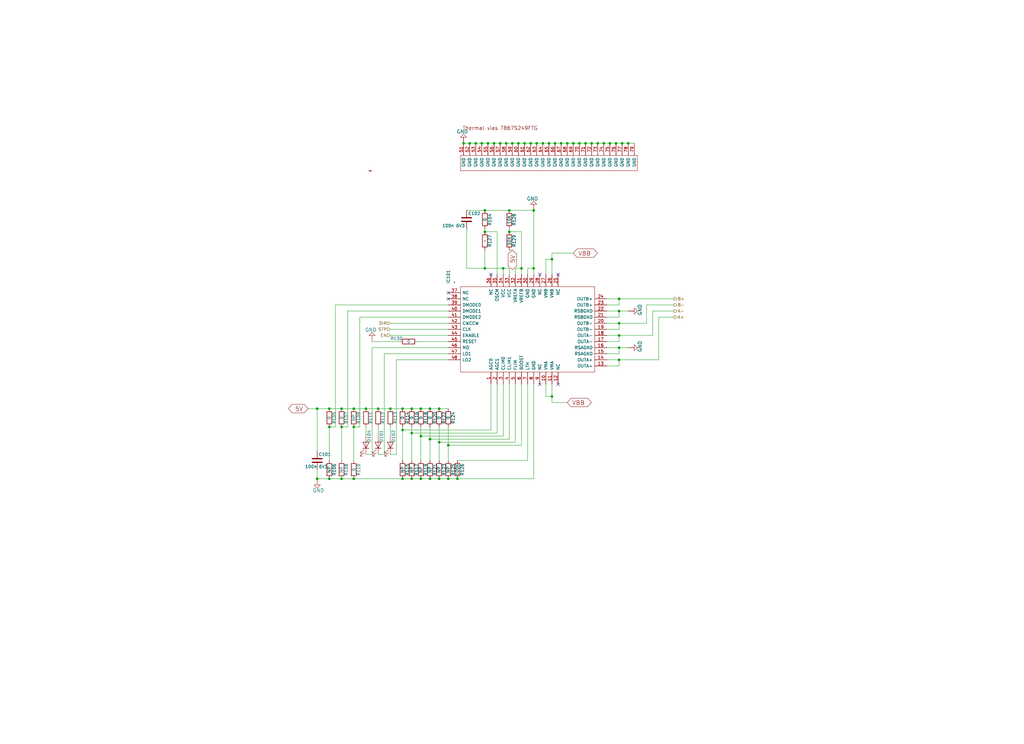
<source format=kicad_sch>
(kicad_sch (version 20211123) (generator eeschema)
  (paper "User" 426.441 309.88)
  (lib_symbols
    (symbol "mother-rescue:C-Device" (pin_numbers hide) (pin_names (offset 0.254))
      (property "Reference" "C" (at 0.635 2.54 0))
      (property "Value" "C-Device" (at 0.635 -2.54 0))
      (symbol "C-Device_0_1"
        (polyline (pts (xy -2.032 -0.762) (xy 2.032 -0.762)) (stroke (width 0.508)))
        (polyline (pts (xy -2.032 0.762) (xy 2.032 0.762)) (stroke (width 0.508)))
      )
      (symbol "C-Device_1_1"
        (pin passive line (at 0 3.81 270) (length 2.794) (name "~") (number "1"))
        (pin passive line (at 0 -3.81 90) (length 2.794) (name "~") (number "2"))
      )
    )
    (symbol "mother-rescue:LED-Device" (pin_numbers hide) (pin_names (offset 1.016) hide)
      (property "Reference" "D" (at 0 2.54 0))
      (property "Value" "LED-Device" (at 0 -2.54 0))
      (symbol "LED-Device_0_1"
        (polyline (pts (xy -1.27 -1.27) (xy -1.27 1.27)) (stroke (width 0.2032)))
        (polyline (pts (xy -1.27 0) (xy 1.27 0)))
        (polyline (pts (xy 1.27 -1.27) (xy 1.27 1.27) (xy -1.27 0) (xy 1.27 -1.27)) (stroke (width 0.2032)))
        (polyline (pts (xy -3.048 -0.762) (xy -4.572 -2.286) (xy -3.81 -2.286) (xy -4.572 -2.286) (xy -4.572 -1.524)))
        (polyline (pts (xy -1.778 -0.762) (xy -3.302 -2.286) (xy -2.54 -2.286) (xy -3.302 -2.286) (xy -3.302 -1.524)))
      )
      (symbol "LED-Device_1_1"
        (pin passive line (at -3.81 0 0) (length 2.54) (name "K") (number "1"))
        (pin passive line (at 3.81 0 180) (length 2.54) (name "A") (number "2"))
      )
    )
    (symbol "mother-rescue:R-Device" (pin_numbers hide) (pin_names (offset 0))
      (property "Reference" "R" (at 2.032 0 90))
      (property "Value" "R-Device" (at 0 0 90))
      (symbol "R-Device_0_1"
        (rectangle (start -1.016 -2.54) (end 1.016 2.54) (stroke (width 0.254)))
      )
      (symbol "R-Device_1_1"
        (pin passive line (at 0 3.81 270) (length 1.27) (name "~") (number "1"))
        (pin passive line (at 0 -3.81 90) (length 1.27) (name "~") (number "2"))
      )
    )
    (symbol "mother-rescue:TB67S249FTG,EL-TB67S249FTG_EL" (pin_names (offset 0.762))
      (property "Reference" "IC" (at -6.35 -5.08 90))
      (property "Value" "TB67S249FTG,EL-TB67S249FTG_EL" (at -3.81 -5.08 90))
      (symbol "TB67S249FTG,EL-TB67S249FTG_EL_0_0"
        (text "Thermal vias TB67S249FTG" (at 15.24 59.69 0) (effects (font (size 1.524 1.524))))
        (pin bidirectional line (at 11.43 -46.99 90) (length 5.08) (name "AGC0") (number "1"))
        (pin bidirectional line (at 34.29 -46.99 90) (length 5.08) (name "VMA") (number "10"))
        (pin bidirectional line (at 36.83 -46.99 90) (length 5.08) (name "VMA") (number "11"))
        (pin bidirectional line (at 39.37 -46.99 90) (length 5.08) (name "NC") (number "12"))
        (pin bidirectional line (at 59.69 -39.37 180) (length 5.08) (name "OUTA+") (number "13"))
        (pin bidirectional line (at 59.69 -36.83 180) (length 5.08) (name "OUTA+") (number "14"))
        (pin bidirectional line (at 59.69 -34.29 180) (length 5.08) (name "RSAGND") (number "15"))
        (pin bidirectional line (at 59.69 -31.75 180) (length 5.08) (name "RSAGND") (number "16"))
        (pin bidirectional line (at 59.69 -29.21 180) (length 5.08) (name "OUTA-") (number "17"))
        (pin bidirectional line (at 59.69 -26.67 180) (length 5.08) (name "OUTA-") (number "18"))
        (pin bidirectional line (at 59.69 -24.13 180) (length 5.08) (name "OUTB-") (number "19"))
        (pin bidirectional line (at 13.97 -46.99 90) (length 5.08) (name "AGC1") (number "2"))
        (pin bidirectional line (at 59.69 -21.59 180) (length 5.08) (name "OUTB-") (number "20"))
        (pin bidirectional line (at 59.69 -19.05 180) (length 5.08) (name "RSBGND") (number "21"))
        (pin bidirectional line (at 59.69 -16.51 180) (length 5.08) (name "RSBGND") (number "22"))
        (pin bidirectional line (at 59.69 -13.97 180) (length 5.08) (name "OUTB+") (number "23"))
        (pin bidirectional line (at 59.69 -11.43 180) (length 5.08) (name "OUTB+") (number "24"))
        (pin bidirectional line (at 39.37 -1.27 270) (length 5.08) (name "NC") (number "25"))
        (pin bidirectional line (at 36.83 -1.27 270) (length 5.08) (name "VMB") (number "26"))
        (pin bidirectional line (at 34.29 -1.27 270) (length 5.08) (name "VMB") (number "27"))
        (pin bidirectional line (at 31.75 -1.27 270) (length 5.08) (name "NC") (number "28"))
        (pin bidirectional line (at 29.21 -1.27 270) (length 5.08) (name "GND") (number "29"))
        (pin bidirectional line (at 16.51 -46.99 90) (length 5.08) (name "CLIM0") (number "3"))
        (pin bidirectional line (at 26.67 -1.27 270) (length 5.08) (name "GND") (number "30"))
        (pin bidirectional line (at 24.13 -1.27 270) (length 5.08) (name "VREFB") (number "31"))
        (pin bidirectional line (at 21.59 -1.27 270) (length 5.08) (name "VREFA") (number "32"))
        (pin bidirectional line (at 19.05 -1.27 270) (length 5.08) (name "VCC") (number "33"))
        (pin bidirectional line (at 16.51 -1.27 270) (length 5.08) (name "VCC") (number "34"))
        (pin bidirectional line (at 13.97 -1.27 270) (length 5.08) (name "OSCM") (number "35"))
        (pin bidirectional line (at 11.43 -1.27 270) (length 5.08) (name "NC") (number "36"))
        (pin bidirectional line (at -6.35 -8.89 0) (length 5.08) (name "NC") (number "37"))
        (pin bidirectional line (at -6.35 -11.43 0) (length 5.08) (name "NC") (number "38"))
        (pin bidirectional line (at -6.35 -13.97 0) (length 5.08) (name "DMODE0") (number "39"))
        (pin bidirectional line (at 19.05 -46.99 90) (length 5.08) (name "CLIM1") (number "4"))
        (pin bidirectional line (at -6.35 -16.51 0) (length 5.08) (name "DMODE1") (number "40"))
        (pin bidirectional line (at -6.35 -19.05 0) (length 5.08) (name "DMODE2") (number "41"))
        (pin bidirectional line (at -6.35 -21.59 0) (length 5.08) (name "CWCCW") (number "42"))
        (pin bidirectional line (at -6.35 -24.13 0) (length 5.08) (name "CLK") (number "43"))
        (pin bidirectional line (at -6.35 -26.67 0) (length 5.08) (name "ENABLE") (number "44"))
        (pin bidirectional line (at -6.35 -29.21 0) (length 5.08) (name "RESET") (number "45"))
        (pin bidirectional line (at -6.35 -31.75 0) (length 5.08) (name "MO") (number "46"))
        (pin bidirectional line (at -6.35 -34.29 0) (length 5.08) (name "LO1") (number "47"))
        (pin bidirectional line (at -6.35 -36.83 0) (length 5.08) (name "LO2") (number "48"))
        (pin bidirectional line (at 21.59 -46.99 90) (length 5.08) (name "FLIM") (number "5"))
        (pin bidirectional line (at 0 53.34 270) (length 5.08) (name "GND") (number "51"))
        (pin bidirectional line (at 2.54 53.34 270) (length 5.08) (name "GND") (number "52"))
        (pin bidirectional line (at 5.08 53.34 270) (length 5.08) (name "GND") (number "53"))
        (pin bidirectional line (at 7.62 53.34 270) (length 5.08) (name "GND") (number "54"))
        (pin bidirectional line (at 10.16 53.34 270) (length 5.08) (name "GND") (number "55"))
        (pin bidirectional line (at 12.7 53.34 270) (length 5.08) (name "GND") (number "56"))
        (pin bidirectional line (at 15.24 53.34 270) (length 5.08) (name "GND") (number "57"))
        (pin bidirectional line (at 17.78 53.34 270) (length 5.08) (name "GND") (number "58"))
        (pin bidirectional line (at 20.32 53.34 270) (length 5.08) (name "GND") (number "59"))
        (pin bidirectional line (at 24.13 -46.99 90) (length 5.08) (name "BOOST") (number "6"))
        (pin bidirectional line (at 22.86 53.34 270) (length 5.08) (name "GND") (number "60"))
        (pin bidirectional line (at 25.4 53.34 270) (length 5.08) (name "GND") (number "61"))
        (pin bidirectional line (at 27.94 53.34 270) (length 5.08) (name "GND") (number "62"))
        (pin bidirectional line (at 30.48 53.34 270) (length 5.08) (name "GND") (number "63"))
        (pin bidirectional line (at 33.02 53.34 270) (length 5.08) (name "GND") (number "64"))
        (pin bidirectional line (at 35.56 53.34 270) (length 5.08) (name "GND") (number "65"))
        (pin bidirectional line (at 38.1 53.34 270) (length 5.08) (name "GND") (number "66"))
        (pin bidirectional line (at 40.64 53.34 270) (length 5.08) (name "GND") (number "67"))
        (pin bidirectional line (at 43.18 53.34 270) (length 5.08) (name "GND") (number "68"))
        (pin bidirectional line (at 45.72 53.34 270) (length 5.08) (name "GND") (number "69"))
        (pin bidirectional line (at 26.67 -46.99 90) (length 5.08) (name "LTH") (number "7"))
        (pin bidirectional line (at 48.26 53.34 270) (length 5.08) (name "GND") (number "70"))
        (pin bidirectional line (at 50.8 53.34 270) (length 5.08) (name "GND") (number "71"))
        (pin bidirectional line (at 53.34 53.34 270) (length 5.08) (name "GND") (number "72"))
        (pin bidirectional line (at 55.88 53.34 270) (length 5.08) (name "GND") (number "73"))
        (pin bidirectional line (at 58.42 53.34 270) (length 5.08) (name "GND") (number "74"))
        (pin bidirectional line (at 60.96 53.34 270) (length 5.08) (name "GND") (number "75"))
        (pin bidirectional line (at 63.5 53.34 270) (length 5.08) (name "GND") (number "76"))
        (pin bidirectional line (at 66.04 53.34 270) (length 5.08) (name "GND") (number "77"))
        (pin bidirectional line (at 68.58 53.34 270) (length 5.08) (name "GND") (number "78"))
        (pin bidirectional line (at 71.12 53.34 270) (length 5.08) (name "GND") (number "79"))
        (pin bidirectional line (at 29.21 -46.99 90) (length 5.08) (name "GND") (number "8"))
        (pin bidirectional line (at 31.75 -46.99 90) (length 5.08) (name "NC") (number "9"))
      )
      (symbol "TB67S249FTG,EL-TB67S249FTG_EL_0_1"
        (rectangle (start -1.27 48.26) (end 72.39 41.91))
        (polyline (pts (xy -1.27 -41.91) (xy -1.27 -6.35) (xy 54.61 -6.35) (xy 54.61 -41.91) (xy -1.27 -41.91)) (stroke (width 0.1524)))
      )
    )
    (symbol "smoothieboard-5driver-eagle-import:GND" (power) (pin_names (offset 1.016))
      (property "Value" "GND" (at -1.905 -3.175 0))
      (symbol "GND_1_0"
        (polyline (pts (xy -1.27 0) (xy 1.27 0)))
        (polyline (pts (xy 0 -1.27) (xy -1.27 0)))
        (polyline (pts (xy 1.27 0) (xy 0 -1.27)))
        (pin power_in line (at 0 2.54 270) (length 2.54) (name "GND") (number "1"))
      )
    )
  )
  (junction (at 201.93 87.63))
  (junction (at 190.5 199.39))
  (junction (at 171.45 180.34))
  (junction (at 233.68 59.69))
  (junction (at 229.87 165.1))
  (junction (at 257.81 134.62))
  (junction (at 257.81 149.86))
  (junction (at 175.26 170.18))
  (junction (at 212.09 96.52))
  (junction (at 209.55 111.76))
  (junction (at 208.28 59.69))
  (junction (at 222.25 87.63))
  (junction (at 137.16 177.8))
  (junction (at 210.82 59.69))
  (junction (at 147.32 177.8))
  (junction (at 223.52 59.69))
  (junction (at 142.24 199.39))
  (junction (at 147.32 199.39))
  (junction (at 175.26 181.61))
  (junction (at 218.44 59.69))
  (junction (at 246.38 59.69))
  (junction (at 179.07 182.88))
  (junction (at 171.45 170.18))
  (junction (at 167.64 199.39))
  (junction (at 162.56 170.18))
  (junction (at 193.04 59.69))
  (junction (at 212.09 87.63))
  (junction (at 215.9 59.69))
  (junction (at 186.69 199.39))
  (junction (at 179.07 170.18))
  (junction (at 171.45 199.39))
  (junction (at 220.98 59.69))
  (junction (at 142.24 177.8))
  (junction (at 137.16 170.18))
  (junction (at 147.32 170.18))
  (junction (at 152.4 170.18))
  (junction (at 257.81 124.46))
  (junction (at 257.81 139.7))
  (junction (at 213.36 59.69))
  (junction (at 167.64 170.18))
  (junction (at 238.76 59.69))
  (junction (at 248.92 59.69))
  (junction (at 198.12 59.69))
  (junction (at 186.69 185.42))
  (junction (at 241.3 59.69))
  (junction (at 236.22 59.69))
  (junction (at 132.08 199.39))
  (junction (at 201.93 111.76))
  (junction (at 228.6 59.69))
  (junction (at 243.84 59.69))
  (junction (at 257.81 144.78))
  (junction (at 182.88 199.39))
  (junction (at 261.62 59.69))
  (junction (at 254 59.69))
  (junction (at 179.07 199.39))
  (junction (at 142.24 170.18))
  (junction (at 157.48 170.18))
  (junction (at 132.08 170.18))
  (junction (at 251.46 59.69))
  (junction (at 182.88 184.15))
  (junction (at 175.26 199.39))
  (junction (at 222.25 111.76))
  (junction (at 167.64 179.07))
  (junction (at 256.54 59.69))
  (junction (at 217.17 111.76))
  (junction (at 229.87 107.95))
  (junction (at 205.74 59.69))
  (junction (at 137.16 199.39))
  (junction (at 182.88 170.18))
  (junction (at 226.06 59.69))
  (junction (at 201.93 96.52))
  (junction (at 200.66 59.69))
  (junction (at 203.2 59.69))
  (junction (at 257.81 129.54))
  (junction (at 195.58 59.69))
  (junction (at 231.14 59.69))
  (junction (at 259.08 59.69))
  (no_connect (at 224.79 114.3))
  (no_connect (at 186.69 121.92))
  (no_connect (at 204.47 114.3))
  (no_connect (at 224.79 160.02))
  (no_connect (at 232.41 160.02))
  (no_connect (at 186.69 124.46))
  (no_connect (at 232.41 114.3))
  (wire (pts (xy 231.14 59.69) (xy 233.68 59.69)))
  (wire (pts (xy 139.7 177.8) (xy 139.7 127)))
  (wire (pts (xy 132.08 195.58) (xy 132.08 199.39)))
  (wire (pts (xy 252.73 137.16) (xy 257.81 137.16)))
  (wire (pts (xy 179.07 182.88) (xy 179.07 191.77)))
  (wire (pts (xy 152.4 177.8) (xy 152.4 181.61)))
  (wire (pts (xy 207.01 180.34) (xy 207.01 160.02)))
  (wire (pts (xy 162.56 137.16) (xy 186.69 137.16)))
  (wire (pts (xy 194.31 87.63) (xy 201.93 87.63)))
  (wire (pts (xy 257.81 147.32) (xy 257.81 144.78)))
  (wire (pts (xy 220.98 59.69) (xy 223.52 59.69)))
  (wire (pts (xy 274.32 132.08) (xy 280.67 132.08)))
  (wire (pts (xy 251.46 59.69) (xy 254 59.69)))
  (wire (pts (xy 252.73 139.7) (xy 257.81 139.7)))
  (wire (pts (xy 175.26 199.39) (xy 179.07 199.39)))
  (wire (pts (xy 171.45 199.39) (xy 175.26 199.39)))
  (wire (pts (xy 186.69 199.39) (xy 190.5 199.39)))
  (wire (pts (xy 162.56 189.23) (xy 165.1 189.23)))
  (wire (pts (xy 201.93 111.76) (xy 209.55 111.76)))
  (wire (pts (xy 175.26 181.61) (xy 209.55 181.61)))
  (wire (pts (xy 241.3 59.69) (xy 243.84 59.69)))
  (wire (pts (xy 274.32 149.86) (xy 274.32 132.08)))
  (wire (pts (xy 257.81 132.08) (xy 257.81 129.54)))
  (wire (pts (xy 194.31 111.76) (xy 201.93 111.76)))
  (wire (pts (xy 171.45 180.34) (xy 207.01 180.34)))
  (wire (pts (xy 214.63 114.3) (xy 214.63 111.76)))
  (wire (pts (xy 222.25 199.39) (xy 222.25 160.02)))
  (wire (pts (xy 142.24 170.18) (xy 147.32 170.18)))
  (wire (pts (xy 207.01 96.52) (xy 201.93 96.52)))
  (wire (pts (xy 154.94 144.78) (xy 154.94 189.23)))
  (wire (pts (xy 190.5 199.39) (xy 222.25 199.39)))
  (wire (pts (xy 165.1 149.86) (xy 165.1 189.23)))
  (wire (pts (xy 214.63 184.15) (xy 214.63 160.02)))
  (wire (pts (xy 214.63 111.76) (xy 217.17 111.76)))
  (wire (pts (xy 229.87 167.64) (xy 236.22 167.64)))
  (wire (pts (xy 227.33 114.3) (xy 227.33 107.95)))
  (wire (pts (xy 246.38 59.69) (xy 248.92 59.69)))
  (wire (pts (xy 162.56 177.8) (xy 162.56 181.61)))
  (wire (pts (xy 149.86 132.08) (xy 186.69 132.08)))
  (wire (pts (xy 212.09 182.88) (xy 212.09 160.02)))
  (wire (pts (xy 204.47 179.07) (xy 204.47 160.02)))
  (wire (pts (xy 229.87 165.1) (xy 229.87 167.64)))
  (wire (pts (xy 165.1 149.86) (xy 186.69 149.86)))
  (wire (pts (xy 217.17 111.76) (xy 217.17 114.3)))
  (wire (pts (xy 227.33 160.02) (xy 227.33 165.1)))
  (wire (pts (xy 142.24 199.39) (xy 147.32 199.39)))
  (wire (pts (xy 186.69 185.42) (xy 186.69 191.77)))
  (wire (pts (xy 259.08 59.69) (xy 261.62 59.69)))
  (wire (pts (xy 209.55 111.76) (xy 209.55 114.3)))
  (wire (pts (xy 144.78 129.54) (xy 186.69 129.54)))
  (wire (pts (xy 218.44 59.69) (xy 220.98 59.69)))
  (wire (pts (xy 179.07 170.18) (xy 182.88 170.18)))
  (wire (pts (xy 171.45 170.18) (xy 175.26 170.18)))
  (wire (pts (xy 252.73 144.78) (xy 257.81 144.78)))
  (wire (pts (xy 162.56 134.62) (xy 186.69 134.62)))
  (wire (pts (xy 186.69 177.8) (xy 186.69 185.42)))
  (wire (pts (xy 147.32 199.39) (xy 167.64 199.39)))
  (wire (pts (xy 190.5 191.77) (xy 219.71 191.77)))
  (wire (pts (xy 154.94 144.78) (xy 186.69 144.78)))
  (wire (pts (xy 175.26 170.18) (xy 179.07 170.18)))
  (wire (pts (xy 252.73 142.24) (xy 257.81 142.24)))
  (wire (pts (xy 201.93 104.14) (xy 201.93 111.76)))
  (wire (pts (xy 182.88 177.8) (xy 182.88 184.15)))
  (wire (pts (xy 254 59.69) (xy 256.54 59.69)))
  (wire (pts (xy 144.78 177.8) (xy 144.78 129.54)))
  (wire (pts (xy 167.64 170.18) (xy 171.45 170.18)))
  (wire (pts (xy 261.62 59.69) (xy 264.16 59.69)))
  (wire (pts (xy 142.24 177.8) (xy 144.78 177.8)))
  (wire (pts (xy 243.84 59.69) (xy 246.38 59.69)))
  (wire (pts (xy 233.68 59.69) (xy 236.22 59.69)))
  (wire (pts (xy 147.32 170.18) (xy 152.4 170.18)))
  (wire (pts (xy 252.73 134.62) (xy 257.81 134.62)))
  (wire (pts (xy 167.64 179.07) (xy 167.64 191.77)))
  (wire (pts (xy 179.07 182.88) (xy 212.09 182.88)))
  (wire (pts (xy 157.48 189.23) (xy 160.02 189.23)))
  (wire (pts (xy 219.71 114.3) (xy 219.71 111.76)))
  (wire (pts (xy 257.81 142.24) (xy 257.81 139.7)))
  (wire (pts (xy 229.87 105.41) (xy 238.76 105.41)))
  (wire (pts (xy 212.09 87.63) (xy 222.25 87.63)))
  (wire (pts (xy 219.71 111.76) (xy 222.25 111.76)))
  (wire (pts (xy 147.32 177.8) (xy 147.32 191.77)))
  (wire (pts (xy 210.82 59.69) (xy 213.36 59.69)))
  (wire (pts (xy 152.4 170.18) (xy 157.48 170.18)))
  (wire (pts (xy 217.17 185.42) (xy 217.17 160.02)))
  (wire (pts (xy 194.31 95.25) (xy 194.31 111.76)))
  (wire (pts (xy 160.02 147.32) (xy 160.02 189.23)))
  (wire (pts (xy 257.81 139.7) (xy 271.78 139.7)))
  (wire (pts (xy 173.99 142.24) (xy 186.69 142.24)))
  (wire (pts (xy 137.16 199.39) (xy 142.24 199.39)))
  (wire (pts (xy 167.64 179.07) (xy 204.47 179.07)))
  (wire (pts (xy 142.24 177.8) (xy 142.24 191.77)))
  (wire (pts (xy 228.6 59.69) (xy 231.14 59.69)))
  (wire (pts (xy 269.24 127) (xy 280.67 127)))
  (wire (pts (xy 257.81 124.46) (xy 280.67 124.46)))
  (wire (pts (xy 252.73 152.4) (xy 257.81 152.4)))
  (wire (pts (xy 198.12 59.69) (xy 200.66 59.69)))
  (wire (pts (xy 201.93 87.63) (xy 212.09 87.63)))
  (wire (pts (xy 256.54 59.69) (xy 259.08 59.69)))
  (wire (pts (xy 152.4 189.23) (xy 154.94 189.23)))
  (wire (pts (xy 147.32 177.8) (xy 149.86 177.8)))
  (wire (pts (xy 252.73 129.54) (xy 257.81 129.54)))
  (wire (pts (xy 217.17 96.52) (xy 217.17 111.76)))
  (wire (pts (xy 203.2 59.69) (xy 205.74 59.69)))
  (wire (pts (xy 229.87 165.1) (xy 229.87 160.02)))
  (wire (pts (xy 132.08 170.18) (xy 132.08 187.96)))
  (wire (pts (xy 137.16 177.8) (xy 139.7 177.8)))
  (wire (pts (xy 252.73 124.46) (xy 257.81 124.46)))
  (wire (pts (xy 175.26 177.8) (xy 175.26 181.61)))
  (wire (pts (xy 162.56 139.7) (xy 186.69 139.7)))
  (wire (pts (xy 128.27 170.18) (xy 132.08 170.18)))
  (wire (pts (xy 207.01 114.3) (xy 207.01 96.52)))
  (wire (pts (xy 252.73 149.86) (xy 257.81 149.86)))
  (wire (pts (xy 257.81 134.62) (xy 269.24 134.62)))
  (wire (pts (xy 227.33 107.95) (xy 229.87 107.95)))
  (wire (pts (xy 222.25 87.63) (xy 222.25 111.76)))
  (wire (pts (xy 222.25 111.76) (xy 222.25 114.3)))
  (wire (pts (xy 257.81 144.78) (xy 261.62 144.78)))
  (wire (pts (xy 182.88 170.18) (xy 186.69 170.18)))
  (wire (pts (xy 167.64 199.39) (xy 171.45 199.39)))
  (wire (pts (xy 201.93 95.25) (xy 201.93 96.52)))
  (wire (pts (xy 179.07 177.8) (xy 179.07 182.88)))
  (wire (pts (xy 200.66 59.69) (xy 203.2 59.69)))
  (wire (pts (xy 193.04 59.69) (xy 195.58 59.69)))
  (wire (pts (xy 226.06 59.69) (xy 228.6 59.69)))
  (wire (pts (xy 139.7 127) (xy 186.69 127)))
  (wire (pts (xy 195.58 59.69) (xy 198.12 59.69)))
  (wire (pts (xy 252.73 127) (xy 257.81 127)))
  (wire (pts (xy 175.26 181.61) (xy 175.26 191.77)))
  (wire (pts (xy 149.86 177.8) (xy 149.86 132.08)))
  (wire (pts (xy 215.9 59.69) (xy 218.44 59.69)))
  (wire (pts (xy 208.28 59.69) (xy 210.82 59.69)))
  (wire (pts (xy 186.69 185.42) (xy 217.17 185.42)))
  (wire (pts (xy 257.81 129.54) (xy 261.62 129.54)))
  (wire (pts (xy 257.81 149.86) (xy 274.32 149.86)))
  (wire (pts (xy 160.02 147.32) (xy 186.69 147.32)))
  (wire (pts (xy 182.88 199.39) (xy 186.69 199.39)))
  (wire (pts (xy 212.09 96.52) (xy 212.09 95.25)))
  (wire (pts (xy 154.94 142.24) (xy 166.37 142.24)))
  (wire (pts (xy 137.16 177.8) (xy 137.16 191.77)))
  (wire (pts (xy 213.36 59.69) (xy 215.9 59.69)))
  (wire (pts (xy 223.52 59.69) (xy 226.06 59.69)))
  (wire (pts (xy 257.81 137.16) (xy 257.81 134.62)))
  (wire (pts (xy 182.88 184.15) (xy 182.88 191.77)))
  (wire (pts (xy 132.08 199.39) (xy 137.16 199.39)))
  (wire (pts (xy 157.48 177.8) (xy 157.48 181.61)))
  (wire (pts (xy 236.22 59.69) (xy 238.76 59.69)))
  (wire (pts (xy 252.73 132.08) (xy 257.81 132.08)))
  (wire (pts (xy 252.73 147.32) (xy 257.81 147.32)))
  (wire (pts (xy 269.24 134.62) (xy 269.24 127)))
  (wire (pts (xy 271.78 129.54) (xy 280.67 129.54)))
  (wire (pts (xy 212.09 104.14) (xy 213.36 104.14)))
  (wire (pts (xy 209.55 111.76) (xy 212.09 111.76)))
  (wire (pts (xy 137.16 170.18) (xy 132.08 170.18)))
  (wire (pts (xy 171.45 177.8) (xy 171.45 180.34)))
  (wire (pts (xy 217.17 96.52) (xy 212.09 96.52)))
  (wire (pts (xy 219.71 191.77) (xy 219.71 160.02)))
  (wire (pts (xy 257.81 127) (xy 257.81 124.46)))
  (wire (pts (xy 167.64 177.8) (xy 167.64 179.07)))
  (wire (pts (xy 171.45 180.34) (xy 171.45 191.77)))
  (wire (pts (xy 238.76 59.69) (xy 241.3 59.69)))
  (wire (pts (xy 205.74 59.69) (xy 208.28 59.69)))
  (wire (pts (xy 229.87 107.95) (xy 229.87 114.3)))
  (wire (pts (xy 271.78 139.7) (xy 271.78 129.54)))
  (wire (pts (xy 137.16 170.18) (xy 142.24 170.18)))
  (wire (pts (xy 157.48 170.18) (xy 162.56 170.18)))
  (wire (pts (xy 209.55 181.61) (xy 209.55 160.02)))
  (wire (pts (xy 162.56 170.18) (xy 167.64 170.18)))
  (wire (pts (xy 182.88 184.15) (xy 214.63 184.15)))
  (wire (pts (xy 179.07 199.39) (xy 182.88 199.39)))
  (wire (pts (xy 212.09 111.76) (xy 212.09 114.3)))
  (wire (pts (xy 227.33 165.1) (xy 229.87 165.1)))
  (wire (pts (xy 229.87 105.41) (xy 229.87 107.95)))
  (wire (pts (xy 257.81 152.4) (xy 257.81 149.86)))
  (wire (pts (xy 248.92 59.69) (xy 251.46 59.69)))
  (global_label "5V" (shape bidirectional) (at 128.27 170.18 180) (effects (font (size 1.778 1.778))) (property "Intersheet References" "${INTERSHEET_REFS}" (effects hide)))
  (global_label "3.3V" (shape bidirectional) (at 154.94 71.12 180) (effects (font (size 0.254 0.254))) (property "Intersheet References" "${INTERSHEET_REFS}" (effects hide)))
  (global_label "VBB" (shape bidirectional) (at 238.76 105.41 0) (effects (font (size 1.778 1.778))) (property "Intersheet References" "${INTERSHEET_REFS}" (effects hide)))
  (global_label "VBB" (shape bidirectional) (at 236.22 167.64 0) (effects (font (size 1.778 1.778))) (property "Intersheet References" "${INTERSHEET_REFS}" (effects hide)))
  (global_label "5V" (shape bidirectional) (at 213.36 104.14 270) (effects (font (size 1.778 1.778))) (property "Intersheet References" "${INTERSHEET_REFS}" (effects hide)))
  (hierarchical_label "A-" (shape output) (at 280.67 129.54 0))
  (hierarchical_label "EN" (shape input) (at 162.56 139.7 180))
  (hierarchical_label "B+" (shape output) (at 280.67 124.46 0))
  (hierarchical_label "DIR" (shape input) (at 162.56 134.62 180))
  (hierarchical_label "A+" (shape output) (at 280.67 132.08 0))
  (hierarchical_label "STP" (shape input) (at 162.56 137.16 180))
  (hierarchical_label "B-" (shape output) (at 280.67 127 0))
  (symbol (lib_id "mother-rescue:TB67S249FTG,EL-TB67S249FTG_EL") (at 193.04 113.03 0) (unit 1)
    (property "Reference" "IC101" (at 186.69 118.11 90) (effects (justify left)))
    (property "Value" "~" (at 189.23 118.11 90) (effects (justify left)))
    (property "Footprint" "TB67S249FTG:QFN50P700X700X100-49N-D" (effects hide))
    (property "Datasheet" "https://componentsearchengine.com/Datasheets/1/TB67S249FTG,EL.pdf" (effects hide))
    (property "Description" "Motor / Motion / Ignition Controllers & Drivers Stepping Motor Driver IC 50V 4.5A" (effects hide))
    (property "Height" "1" (effects hide))
    (property "Mouser Part Number" "757-TB67S249FTGEL" (effects hide))
    (property "Manufacturer_Name" "Toshiba" (effects hide))
    (property "Manufacturer_Part_Number" "TB67S249FTG,EL" (effects hide))
  )
  (symbol (lib_id "mother-rescue:R-Device") (at 186.69 173.99 0) (unit 1)
    (property "Reference" "R124" (at 188.722 173.99 90))
    (property "Value" "0" (at 186.69 173.99 90))
    (property "Footprint" "Jumper:SolderJumper-2_P1.3mm_Bridged_Pad1.0x1.5mm" (effects hide))
  )
  (symbol (lib_id "mother-rescue:R-Device") (at 182.88 173.99 0) (unit 1)
    (property "Reference" "R122" (at 184.912 173.99 90))
    (property "Value" "0" (at 182.88 173.99 90))
    (property "Footprint" "Jumper:SolderJumper-2_P1.3mm_Bridged_Pad1.0x1.5mm" (effects hide))
  )
  (symbol (lib_id "mother-rescue:R-Device") (at 179.07 173.99 0) (unit 1)
    (property "Reference" "R120" (at 181.102 173.99 90))
    (property "Value" "0" (at 179.07 173.99 90))
    (property "Footprint" "Jumper:SolderJumper-2_P1.3mm_Bridged_Pad1.0x1.5mm" (effects hide))
  )
  (symbol (lib_id "mother-rescue:R-Device") (at 175.26 173.99 0) (unit 1)
    (property "Reference" "R118" (at 177.292 173.99 90))
    (property "Value" "0" (at 175.26 173.99 90))
    (property "Footprint" "Jumper:SolderJumper-2_P1.3mm_Bridged_Pad1.0x1.5mm" (effects hide))
  )
  (symbol (lib_id "mother-rescue:R-Device") (at 171.45 173.99 0) (unit 1)
    (property "Reference" "R116" (at 173.482 173.99 90))
    (property "Value" "0" (at 171.45 173.99 90))
    (property "Footprint" "Jumper:SolderJumper-2_P1.3mm_Bridged_Pad1.0x1.5mm" (effects hide))
  )
  (symbol (lib_id "mother-rescue:R-Device") (at 167.64 173.99 0) (unit 1)
    (property "Reference" "R114" (at 169.672 173.99 90))
    (property "Value" "0" (at 167.64 173.99 90))
    (property "Footprint" "Jumper:SolderJumper-2_P1.3mm_Bridged_Pad1.0x1.5mm" (effects hide))
  )
  (symbol (lib_id "mother-rescue:R-Device") (at 162.56 173.99 0) (unit 1)
    (property "Reference" "R113" (at 164.592 173.99 90))
    (property "Value" "CRCW0603470RJNEBC" (effects hide))
    (property "Footprint" "Resistor_SMD:R_0603_1608Metric_Pad0.98x0.95mm_HandSolder" (effects hide))
  )
  (symbol (lib_id "mother-rescue:R-Device") (at 157.48 173.99 0) (unit 1)
    (property "Reference" "R112" (at 159.512 173.99 90))
    (property "Value" "CRCW0603470RJNEBC" (effects hide))
    (property "Footprint" "Resistor_SMD:R_0603_1608Metric_Pad0.98x0.95mm_HandSolder" (effects hide))
  )
  (symbol (lib_id "mother-rescue:R-Device") (at 152.4 173.99 0) (unit 1)
    (property "Reference" "R111" (at 154.432 173.99 90))
    (property "Value" "CRCW0603470RJNEBC" (effects hide))
    (property "Footprint" "Resistor_SMD:R_0603_1608Metric_Pad0.98x0.95mm_HandSolder" (effects hide))
  )
  (symbol (lib_id "mother-rescue:R-Device") (at 147.32 173.99 0) (unit 1)
    (property "Reference" "R109" (at 149.352 173.99 90))
    (property "Value" "NP" (at 147.32 173.99 90))
    (property "Footprint" "Jumper:SolderJumper-2_P1.3mm_Open_Pad1.0x1.5mm" (effects hide))
  )
  (symbol (lib_id "mother-rescue:R-Device") (at 142.24 173.99 0) (unit 1)
    (property "Reference" "R107" (at 144.272 173.99 90))
    (property "Value" "0" (at 142.24 173.99 90))
    (property "Footprint" "Jumper:SolderJumper-2_P1.3mm_Bridged_Pad1.0x1.5mm" (effects hide))
  )
  (symbol (lib_id "mother-rescue:R-Device") (at 137.16 173.99 0) (unit 1)
    (property "Reference" "R105" (at 139.192 173.99 90))
    (property "Value" "0" (at 137.16 173.99 90))
    (property "Footprint" "Jumper:SolderJumper-2_P1.3mm_Bridged_Pad1.0x1.5mm" (effects hide))
  )
  (symbol (lib_id "mother-rescue:R-Device") (at 186.69 195.58 0) (unit 1)
    (property "Reference" "R125" (at 188.722 195.58 90))
    (property "Value" "NP" (at 186.69 195.58 90))
    (property "Footprint" "Jumper:SolderJumper-2_P1.3mm_Open_Pad1.0x1.5mm" (effects hide))
  )
  (symbol (lib_id "mother-rescue:R-Device") (at 182.88 195.58 0) (unit 1)
    (property "Reference" "R123" (at 184.912 195.58 90))
    (property "Value" "NP" (at 182.88 195.58 90))
    (property "Footprint" "Jumper:SolderJumper-2_P1.3mm_Open_Pad1.0x1.5mm" (effects hide))
  )
  (symbol (lib_id "mother-rescue:R-Device") (at 179.07 195.58 0) (unit 1)
    (property "Reference" "R121" (at 181.102 195.58 90))
    (property "Value" "NP" (at 179.07 195.58 90))
    (property "Footprint" "Jumper:SolderJumper-2_P1.3mm_Open_Pad1.0x1.5mm" (effects hide))
  )
  (symbol (lib_id "mother-rescue:R-Device") (at 175.26 195.58 0) (unit 1)
    (property "Reference" "R119" (at 177.292 195.58 90))
    (property "Value" "NP" (at 175.26 195.58 90))
    (property "Footprint" "Jumper:SolderJumper-2_P1.3mm_Open_Pad1.0x1.5mm" (effects hide))
  )
  (symbol (lib_id "mother-rescue:R-Device") (at 171.45 195.58 0) (unit 1)
    (property "Reference" "R117" (at 173.482 195.58 90))
    (property "Value" "NP" (at 171.45 195.58 90))
    (property "Footprint" "Jumper:SolderJumper-2_P1.3mm_Open_Pad1.0x1.5mm" (effects hide))
  )
  (symbol (lib_id "mother-rescue:R-Device") (at 167.64 195.58 0) (unit 1)
    (property "Reference" "R115" (at 169.672 195.58 90))
    (property "Value" "NP" (at 167.64 195.58 90))
    (property "Footprint" "Jumper:SolderJumper-2_P1.3mm_Open_Pad1.0x1.5mm" (effects hide))
  )
  (symbol (lib_id "mother-rescue:R-Device") (at 147.32 195.58 0) (unit 1)
    (property "Reference" "R110" (at 149.352 195.58 90))
    (property "Value" "0" (at 147.32 195.58 90))
    (property "Footprint" "Jumper:SolderJumper-2_P1.3mm_Bridged_Pad1.0x1.5mm" (effects hide))
  )
  (symbol (lib_id "mother-rescue:R-Device") (at 142.24 195.58 0) (unit 1)
    (property "Reference" "R108" (at 144.272 195.58 90))
    (property "Value" "NP" (at 142.24 195.58 90))
    (property "Footprint" "Jumper:SolderJumper-2_P1.3mm_Bridged_Pad1.0x1.5mm" (effects hide))
  )
  (symbol (lib_id "mother-rescue:R-Device") (at 137.16 195.58 0) (unit 1)
    (property "Reference" "R106" (at 139.192 195.58 90))
    (property "Value" "NP" (at 137.16 195.58 90))
    (property "Footprint" "Jumper:SolderJumper-2_P1.3mm_Bridged_Pad1.0x1.5mm" (effects hide))
  )
  (symbol (lib_id "mother-rescue:R-Device") (at 190.5 195.58 0) (unit 1)
    (property "Reference" "R126" (at 192.532 195.58 90))
    (property "Value" "100K" (at 190.5 195.58 90))
    (property "Footprint" "Resistor_SMD:R_0603_1608Metric_Pad0.98x0.95mm_HandSolder" (effects hide))
  )
  (symbol (lib_id "mother-rescue:C-Device") (at 132.08 191.77 0) (unit 1)
    (property "Reference" "C101" (at 132.715 189.23 0) (effects (justify left)))
    (property "Value" "100n 6V3" (at 127 194.31 0) (effects (justify left)))
    (property "Footprint" "Capacitor_SMD:C_0603_1608Metric_Pad1.08x0.95mm_HandSolder" (effects hide))
  )
  (symbol (lib_id "mother-rescue:R-Device") (at 212.09 91.44 0) (unit 1)
    (property "Reference" "R128" (at 214.122 91.44 90))
    (property "Value" "10K" (at 212.09 91.44 90))
    (property "Footprint" "Resistor_SMD:R_0603_1608Metric_Pad0.98x0.95mm_HandSolder" (effects hide))
  )
  (symbol (lib_id "mother-rescue:R-Device") (at 201.93 100.33 0) (unit 1)
    (property "Reference" "R127" (at 203.962 100.33 90))
    (property "Value" "~" (at 201.93 100.33 90))
    (property "Footprint" "Resistor_SMD:R_0603_1608Metric_Pad0.98x0.95mm_HandSolder" (effects hide))
  )
  (symbol (lib_id "mother-rescue:R-Device") (at 212.09 100.33 0) (unit 1)
    (property "Reference" "R129" (at 214.122 100.33 90))
    (property "Value" "50K" (at 212.09 100.33 90))
    (property "Footprint" "Resistor_SMD:R_0603_1608Metric_Pad0.98x0.95mm_HandSolder" (effects hide))
  )
  (symbol (lib_id "mother-rescue:LED-Device") (at 152.4 185.42 270) (mirror x) (unit 1)
    (property "Reference" "D104" (at 153.67 181.61 0))
    (property "Value" "150060SS75000" (effects hide))
    (property "Footprint" "Diode_SMD:D_0603_1608Metric_Pad1.05x0.95mm_HandSolder" (effects hide))
  )
  (symbol (lib_id "mother-rescue:C-Device") (at 194.31 91.44 0) (unit 1)
    (property "Reference" "C102" (at 194.945 88.9 0) (effects (justify left)))
    (property "Value" "100n 6V3" (at 184.15 93.98 0) (effects (justify left)))
    (property "Footprint" "Capacitor_SMD:C_0603_1608Metric_Pad1.08x0.95mm_HandSolder" (effects hide))
  )
  (symbol (lib_id "mother-rescue:R-Device") (at 201.93 91.44 0) (unit 1)
    (property "Reference" "R104" (at 203.962 91.44 90))
    (property "Value" "0" (at 201.93 91.44 90))
    (property "Footprint" "Jumper:SolderJumper-2_P1.3mm_Bridged_Pad1.0x1.5mm" (effects hide))
  )
  (symbol (lib_id "mother-rescue:LED-Device") (at 157.48 185.42 270) (mirror x) (unit 1)
    (property "Reference" "D101" (at 158.75 181.61 0))
    (property "Value" "150060SS75000" (effects hide))
    (property "Footprint" "Diode_SMD:D_0603_1608Metric_Pad1.05x0.95mm_HandSolder" (effects hide))
  )
  (symbol (lib_id "mother-rescue:LED-Device") (at 162.56 185.42 270) (mirror x) (unit 1)
    (property "Reference" "D102" (at 163.83 181.61 0))
    (property "Value" "150060SS75000" (effects hide))
    (property "Footprint" "Diode_SMD:D_0603_1608Metric_Pad1.05x0.95mm_HandSolder" (effects hide))
  )
  (symbol (lib_id "smoothieboard-5driver-eagle-import:GND") (at 264.16 144.78 90) (unit 1)
    (property "Reference" "#SUPPLY0118" (effects hide))
    (property "Value" "GND" (at 267.335 146.685 0) (effects (font (size 1.4986 1.4986)) (justify left bottom)))
  )
  (symbol (lib_id "mother-rescue:R-Device") (at 170.18 142.24 90) (unit 1)
    (property "Reference" "R130" (at 165.1 140.97 90))
    (property "Value" "0" (at 170.18 142.24 90))
    (property "Footprint" "Jumper:SolderJumper-2_P1.3mm_Bridged_Pad1.0x1.5mm" (effects hide))
  )
  (symbol (lib_id "smoothieboard-5driver-eagle-import:GND") (at 193.04 57.15 180) (unit 1)
    (property "Reference" "#SUPPLY0119" (effects hide))
    (property "Value" "GND" (at 194.945 53.975 0) (effects (font (size 1.4986 1.4986)) (justify left bottom)))
  )
  (symbol (lib_id "smoothieboard-5driver-eagle-import:GND") (at 154.94 139.7 180) (unit 1)
    (property "Reference" "#SUPPLY0116" (effects hide))
    (property "Value" "GND" (at 156.845 136.525 0) (effects (font (size 1.4986 1.4986)) (justify left bottom)))
  )
  (symbol (lib_id "smoothieboard-5driver-eagle-import:GND") (at 264.16 129.54 90) (unit 1)
    (property "Reference" "#SUPPLY0117" (effects hide))
    (property "Value" "GND" (at 267.335 131.445 0) (effects (font (size 1.4986 1.4986)) (justify left bottom)))
  )
  (symbol (lib_id "smoothieboard-5driver-eagle-import:GND") (at 222.25 85.09 180) (unit 1)
    (property "Reference" "#SUPPLY0125" (effects hide))
    (property "Value" "GND" (at 224.155 81.915 0) (effects (font (size 1.4986 1.4986)) (justify left bottom)))
  )
  (symbol (lib_id "smoothieboard-5driver-eagle-import:GND") (at 132.08 201.93 0) (unit 1)
    (property "Reference" "#SUPPLY0114" (effects hide))
    (property "Value" "GND" (at 130.175 205.105 0) (effects (font (size 1.4986 1.4986)) (justify left bottom)))
  )
)
</source>
